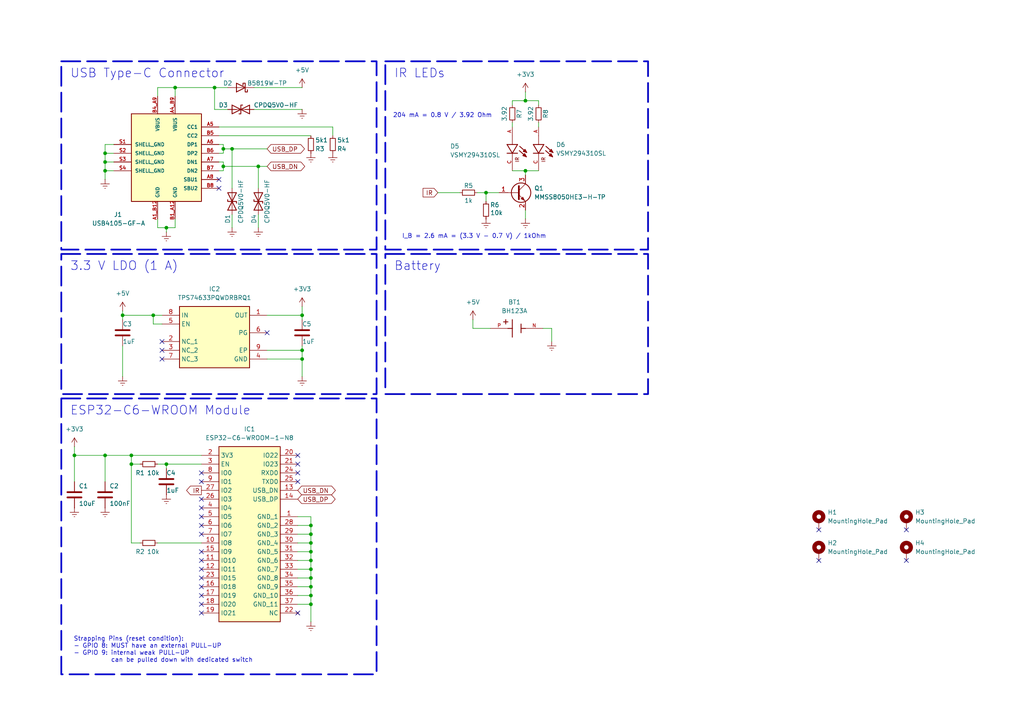
<source format=kicad_sch>
(kicad_sch (version 20250114) (generator "eeschema") (generator_version "9.0")
  (paper "A4")
  (title_block (title "coral-ir") (date "2025-06-21") (rev "1.0"))
  (lib_symbols
    (symbol "Device:C" (pin_numbers (hide yes)) (pin_names (offset 0.254))
      (property "Reference" "C" (at 0.635 2.54 0))
      (property "Value" "C" (at 0.635 -2.54 0))
      (symbol "C_0_1"
        (polyline (pts (xy -2.032 0.762) (xy 2.032 0.762)) (stroke (width 0.508)))
        (polyline (pts (xy -2.032 -0.762) (xy 2.032 -0.762)) (stroke (width 0.508)))
      )
      (symbol "C_1_1"
        (pin passive line (at 0 3.81 270) (length 2.794) (name "~") (number "1"))
        (pin passive line (at 0 -3.81 90) (length 2.794) (name "~") (number "2"))
      )
    )
    (symbol "Device:D_Schottky" (pin_numbers (hide yes)) (pin_names (offset 1.016) (hide yes))
      (property "Reference" "D" (at 0 2.54 0))
      (property "Value" "D_Schottky" (at 0 -2.54 0))
      (symbol "D_Schottky_0_1"
        (polyline (pts (xy -1.905 0.635) (xy -1.905 1.27) (xy -1.27 1.27) (xy -1.27 -1.27) (xy -0.635 -1.27) (xy -0.635 -0.635)) (stroke (width 0.254)))
        (polyline (pts (xy 1.27 1.27) (xy 1.27 -1.27) (xy -1.27 0) (xy 1.27 1.27)) (stroke (width 0.254)))
        (polyline (pts (xy 1.27 0) (xy -1.27 0)))
      )
      (symbol "D_Schottky_1_1"
        (pin passive line (at -3.81 0 0) (length 2.54) (name "K") (number "1"))
        (pin passive line (at 3.81 0 180) (length 2.54) (name "A") (number "2"))
      )
    )
    (symbol "Device:D_TVS" (pin_numbers (hide yes)) (pin_names (offset 1.016) (hide yes))
      (property "Reference" "D" (at 0 2.54 0))
      (property "Value" "D_TVS" (at 0 -2.54 0))
      (symbol "D_TVS_0_1"
        (polyline (pts (xy -2.54 1.27) (xy -2.54 -1.27) (xy 2.54 1.27) (xy 2.54 -1.27) (xy -2.54 1.27)) (stroke (width 0.254)))
        (polyline (pts (xy 0.508 1.27) (xy 0 1.27) (xy 0 -1.27) (xy -0.508 -1.27)) (stroke (width 0.254)))
        (polyline (pts (xy 1.27 0) (xy -1.27 0)))
      )
      (symbol "D_TVS_1_1"
        (pin passive line (at -3.81 0 0) (length 2.54) (name "A1") (number "1"))
        (pin passive line (at 3.81 0 180) (length 2.54) (name "A2") (number "2"))
      )
    )
    (symbol "Device:R_Small" (pin_numbers (hide yes)) (pin_names (offset 0.254) (hide yes))
      (property "Reference" "R" (at 0.762 0.508 0))
      (property "Value" "R_Small" (at 0.762 -1.016 0))
      (symbol "R_Small_0_1"
        (rectangle (start -0.762 1.778) (end 0.762 -1.778) (stroke (width 0.2032)))
      )
      (symbol "R_Small_1_1"
        (pin passive line (at 0 2.54 270) (length 0.762) (name "~") (number "1"))
        (pin passive line (at 0 -2.54 90) (length 0.762) (name "~") (number "2"))
      )
    )
    (symbol "Mechanical:MountingHole_Pad" (pin_numbers (hide yes)) (pin_names (offset 1.016) (hide yes)) (exclude_from_sim yes) (in_bom no)
      (property "Reference" "H" (at 0 6.35 0))
      (property "Value" "MountingHole_Pad" (at 0 4.445 0))
      (symbol "MountingHole_Pad_0_1"
        (circle (center 0 1.27) (radius 1.27) (stroke (width 1.27)))
      )
      (symbol "MountingHole_Pad_1_1"
        (pin input line (at 0 -2.54 90) (length 2.54) (name "1") (number "1"))
      )
    )
    (symbol "PCBLib:BH123A" (pin_names (offset 1.016))
      (property "Reference" "BT" (at -3.81 3.81 0))
      (property "Value" "BH123A" (at -3.81 -5.08 0))
      (symbol "BH123A_0_0"
        (polyline (pts (xy -3.81 1.905) (xy -2.54 1.905)) (stroke (width 0.254)))
        (polyline (pts (xy -3.175 2.54) (xy -3.175 1.27)) (stroke (width 0.254)))
        (polyline (pts (xy -1.27 2.54) (xy -1.27 0)) (stroke (width 0.254)))
        (polyline (pts (xy -1.27 0) (xy -2.54 0)) (stroke (width 0.254)))
        (polyline (pts (xy -1.27 0) (xy -1.27 -2.54)) (stroke (width 0.254)))
        (polyline (pts (xy 1.27 1.27) (xy 1.27 0)) (stroke (width 0.254)))
        (polyline (pts (xy 1.27 0) (xy 1.27 -1.27)) (stroke (width 0.254)))
        (polyline (pts (xy 1.27 0) (xy 2.54 0)) (stroke (width 0.254)))
        (pin passive line (at -7.62 0 0) (length 5.08) (name "~") (number "P"))
        (pin passive line (at 7.62 0 180) (length 5.08) (name "~") (number "N"))
      )
    )
    (symbol "PCBLib:ESP32-C6-WROOM-1-N8"
      (property "Reference" "IC" (at 5.08 7.112 0))
      (property "Value" "ESP32-C6-WROOM-1-N8" (at 5.08 4.572 0))
      (symbol "ESP32-C6-WROOM-1-N8_1_1"
        (rectangle (start 5.08 2.54) (end 22.86 -48.26) (stroke (width 0.254)) (fill (type background)))
        (pin passive line (at 0 0 0) (length 5.08) (name "3V3") (number "2"))
        (pin passive line (at 0 -2.54 0) (length 5.08) (name "EN") (number "3"))
        (pin passive line (at 0 -5.08 0) (length 5.08) (name "IO0") (number "8"))
        (pin passive line (at 0 -7.62 0) (length 5.08) (name "IO1") (number "9"))
        (pin passive line (at 0 -10.16 0) (length 5.08) (name "IO2") (number "27"))
        (pin passive line (at 0 -12.7 0) (length 5.08) (name "IO3") (number "26"))
        (pin passive line (at 0 -15.24 0) (length 5.08) (name "IO4") (number "4"))
        (pin passive line (at 0 -17.78 0) (length 5.08) (name "IO5") (number "5"))
        (pin passive line (at 0 -20.32 0) (length 5.08) (name "IO6") (number "6"))
        (pin passive line (at 0 -22.86 0) (length 5.08) (name "IO7") (number "7"))
        (pin passive line (at 0 -25.4 0) (length 5.08) (name "IO8") (number "10"))
        (pin passive line (at 0 -27.94 0) (length 5.08) (name "IO9") (number "15"))
        (pin passive line (at 0 -30.48 0) (length 5.08) (name "IO10") (number "11"))
        (pin passive line (at 0 -33.02 0) (length 5.08) (name "IO11") (number "12"))
        (pin passive line (at 0 -35.56 0) (length 5.08) (name "IO15") (number "23"))
        (pin passive line (at 0 -38.1 0) (length 5.08) (name "IO18") (number "16"))
        (pin passive line (at 0 -40.64 0) (length 5.08) (name "IO19") (number "17"))
        (pin passive line (at 0 -43.18 0) (length 5.08) (name "IO20") (number "18"))
        (pin passive line (at 0 -45.72 0) (length 5.08) (name "IO21") (number "19"))
        (pin passive line (at 27.94 0 180) (length 5.08) (name "IO22") (number "20"))
        (pin passive line (at 27.94 -2.54 180) (length 5.08) (name "IO23") (number "21"))
        (pin passive line (at 27.94 -5.08 180) (length 5.08) (name "RXD0") (number "24"))
        (pin passive line (at 27.94 -7.62 180) (length 5.08) (name "TXD0") (number "25"))
        (pin passive line (at 27.94 -10.16 180) (length 5.08) (name "USB_DN") (number "13"))
        (pin passive line (at 27.94 -12.7 180) (length 5.08) (name "USB_DP") (number "14"))
        (pin passive line (at 27.94 -17.78 180) (length 5.08) (name "GND_1") (number "1"))
        (pin passive line (at 27.94 -20.32 180) (length 5.08) (name "GND_2") (number "28"))
        (pin passive line (at 27.94 -22.86 180) (length 5.08) (name "GND_3") (number "29"))
        (pin passive line (at 27.94 -25.4 180) (length 5.08) (name "GND_4") (number "30"))
        (pin passive line (at 27.94 -27.94 180) (length 5.08) (name "GND_5") (number "31"))
        (pin passive line (at 27.94 -30.48 180) (length 5.08) (name "GND_6") (number "32"))
        (pin passive line (at 27.94 -33.02 180) (length 5.08) (name "GND_7") (number "33"))
        (pin passive line (at 27.94 -35.56 180) (length 5.08) (name "GND_8") (number "34"))
        (pin passive line (at 27.94 -38.1 180) (length 5.08) (name "GND_9") (number "35"))
        (pin passive line (at 27.94 -40.64 180) (length 5.08) (name "GND_10") (number "36"))
        (pin passive line (at 27.94 -43.18 180) (length 5.08) (name "GND_11") (number "37"))
        (pin no_connect line (at 27.94 -45.72 180) (length 5.08) (name "NC") (number "22"))
      )
    )
    (symbol "PCBLib:SS8050" (pin_names (offset 0) (hide yes))
      (property "Reference" "Q" (at 5.08 1.905 0))
      (property "Value" "SS8050" (at 5.08 0 0))
      (symbol "SS8050_0_1"
        (polyline (pts (xy -2.54 0) (xy 0.635 0)))
        (polyline (pts (xy 0.635 1.905) (xy 0.635 -1.905)) (stroke (width 0.508)))
        (circle (center 1.27 0) (radius 2.8194) (stroke (width 0.254)))
      )
      (symbol "SS8050_1_1"
        (polyline (pts (xy 0.635 0.635) (xy 2.54 2.54)))
        (polyline (pts (xy 0.635 -0.635) (xy 2.54 -2.54)))
        (polyline (pts (xy 1.27 -1.778) (xy 1.778 -1.27) (xy 2.286 -2.286) (xy 1.27 -1.778)) (fill (type outline)))
        (pin input line (at -5.08 0 0) (length 2.54) (name "B") (number "1"))
        (pin passive line (at 2.54 5.08 270) (length 2.54) (name "C") (number "3"))
        (pin passive line (at 2.54 -5.08 90) (length 2.54) (name "E") (number "2"))
      )
    )
    (symbol "PCBLib:TPS74633PQWDRBRQ1"
      (property "Reference" "IC" (at 26.67 7.62 0))
      (property "Value" "TPS74633PQWDRBRQ1" (at 26.67 5.08 0))
      (symbol "TPS74633PQWDRBRQ1_1_1"
        (rectangle (start 5.08 2.54) (end 25.4 -15.24) (stroke (width 0.254)) (fill (type background)))
        (pin passive line (at 0 0 0) (length 5.08) (name "IN") (number "8"))
        (pin passive line (at 0 -2.54 0) (length 5.08) (name "EN") (number "5"))
        (pin passive line (at 0 -7.62 0) (length 5.08) (name "NC_1") (number "2"))
        (pin passive line (at 0 -10.16 0) (length 5.08) (name "NC_2") (number "3"))
        (pin passive line (at 0 -12.7 0) (length 5.08) (name "NC_3") (number "7"))
        (pin passive line (at 30.48 0 180) (length 5.08) (name "OUT") (number "1"))
        (pin passive line (at 30.48 -5.08 180) (length 5.08) (name "PG") (number "6"))
        (pin passive line (at 30.48 -10.16 180) (length 5.08) (name "EP") (number "9"))
        (pin passive line (at 30.48 -12.7 180) (length 5.08) (name "GND") (number "4"))
      )
    )
    (symbol "PCBLib:USB4105-GF-A" (pin_names (offset 1.016))
      (property "Reference" "J" (at -27.94 13.97 0))
      (property "Value" "USB4105-GF-A" (at -27.94 10.16 0))
      (symbol "USB4105-GF-A_0_0"
        (rectangle (start -10.16 12.7) (end 10.16 -12.7) (stroke (width 0.254)) (fill (type background)))
        (pin power_in line (at -15.24 3.81 0) (length 5.08) (name "SHELL_GND") (number "S1"))
        (pin power_in line (at -15.24 1.27 0) (length 5.08) (name "SHELL_GND") (number "S2"))
        (pin power_in line (at -15.24 -1.27 0) (length 5.08) (name "SHELL_GND") (number "S3"))
        (pin power_in line (at -15.24 -3.81 0) (length 5.08) (name "SHELL_GND") (number "S4"))
        (pin power_in line (at -2.54 17.78 270) (length 5.08) (name "VBUS") (number "B4_A9"))
        (pin power_in line (at -2.54 -17.78 90) (length 5.08) (name "GND") (number "A1_B12"))
        (pin power_in line (at 2.54 17.78 270) (length 5.08) (name "VBUS") (number "A4_B9"))
        (pin power_in line (at 2.54 -17.78 90) (length 5.08) (name "GND") (number "B1_A12"))
        (pin bidirectional line (at 15.24 8.89 180) (length 5.08) (name "CC1") (number "A5"))
        (pin bidirectional line (at 15.24 6.35 180) (length 5.08) (name "CC2") (number "B5"))
        (pin bidirectional line (at 15.24 3.81 180) (length 5.08) (name "DP1") (number "A6"))
        (pin bidirectional line (at 15.24 1.27 180) (length 5.08) (name "DP2") (number "B6"))
        (pin bidirectional line (at 15.24 -1.27 180) (length 5.08) (name "DN1") (number "A7"))
        (pin bidirectional line (at 15.24 -3.81 180) (length 5.08) (name "DN2") (number "B7"))
        (pin bidirectional line (at 15.24 -6.35 180) (length 5.08) (name "SBU1") (number "A8"))
        (pin bidirectional line (at 15.24 -8.89 180) (length 5.08) (name "SBU2") (number "B8"))
      )
    )
    (symbol "PCBLib:VSMY294310SL" (pin_names (offset 1.016))
      (property "Reference" "D" (at -3.556 4.826 0))
      (property "Value" "VSMY294310SL" (at -3.556 -3.302 0))
      (symbol "VSMY294310SL_0_0"
        (polyline (pts (xy -2.54 1.524) (xy -2.54 0)) (stroke (width 0.254)))
        (polyline (pts (xy -2.54 0) (xy -5.08 0)) (stroke (width 0.1524)))
        (polyline (pts (xy -2.54 0) (xy -2.54 -1.524)) (stroke (width 0.254)))
        (polyline (pts (xy -2.54 -1.524) (xy 0 0)) (stroke (width 0.254)))
        (polyline (pts (xy -1.1176 3.683) (xy -0.2286 4.1656)) (stroke (width 0.254)))
        (polyline (pts (xy -0.9398 3.6068) (xy -0.7112 3.7592)) (stroke (width 0.254)))
        (polyline (pts (xy -0.5588 3.2004) (xy -1.1176 3.683)) (stroke (width 0.254)))
        (polyline (pts (xy -0.5588 3.2004) (xy -0.5334 3.937)) (stroke (width 0.254)))
        (polyline (pts (xy -0.5334 3.937) (xy -0.6604 3.937)) (stroke (width 0.254)))
        (polyline (pts (xy -0.2286 4.1656) (xy -2.0066 2.1336)) (stroke (width 0.254)))
        (polyline (pts (xy -0.2286 4.1656) (xy -0.5588 3.2004)) (stroke (width 0.254)))
        (polyline (pts (xy 0 1.524) (xy 0 -1.524)) (stroke (width 0.254)))
        (polyline (pts (xy 0 0) (xy -2.54 1.524)) (stroke (width 0.254)))
        (polyline (pts (xy 0.127 3.5814) (xy 1.016 4.064)) (stroke (width 0.254)))
        (polyline (pts (xy 0.3048 3.5052) (xy 0.5334 3.6576)) (stroke (width 0.254)))
        (polyline (pts (xy 0.6858 3.0988) (xy 0.127 3.5814)) (stroke (width 0.254)))
        (polyline (pts (xy 0.6858 3.0988) (xy 0.7112 3.8354)) (stroke (width 0.254)))
        (polyline (pts (xy 0.7112 3.8354) (xy 0.5842 3.8354)) (stroke (width 0.254)))
        (polyline (pts (xy 1.016 4.064) (xy -0.762 2.032)) (stroke (width 0.254)))
        (polyline (pts (xy 1.016 4.064) (xy 0.6858 3.0988)) (stroke (width 0.254)))
        (text "IR" (at 1.016 2.032 0) (effects (font (size 1.016 1.016)) (justify left bottom)))
        (pin passive line (at -7.62 0 0) (length 2.54) (name "~") (number "A"))
        (pin passive line (at 5.08 0 180) (length 5.08) (name "~") (number "C"))
      )
    )
    (symbol "power:+3V3" (power) (pin_numbers (hide yes)) (pin_names (offset 0) (hide yes))
      (property "Value" "+3V3" (at 0 3.556 0))
      (symbol "+3V3_0_1"
        (polyline (pts (xy -0.762 1.27) (xy 0 2.54)))
        (polyline (pts (xy 0 2.54) (xy 0.762 1.27)))
        (polyline (pts (xy 0 0) (xy 0 2.54)))
      )
      (symbol "+3V3_1_1"
        (pin power_in line (at 0 0 90) (length 0) (name "~") (number "1"))
      )
    )
    (symbol "power:+5V" (power) (pin_numbers (hide yes)) (pin_names (offset 0) (hide yes))
      (property "Value" "+5V" (at 0 3.556 0))
      (symbol "+5V_0_1"
        (polyline (pts (xy -0.762 1.27) (xy 0 2.54)))
        (polyline (pts (xy 0 2.54) (xy 0.762 1.27)))
        (polyline (pts (xy 0 0) (xy 0 2.54)))
      )
      (symbol "+5V_1_1"
        (pin power_in line (at 0 0 90) (length 0) (name "~") (number "1"))
      )
    )
    (symbol "power:Earth" (power) (pin_numbers (hide yes)) (pin_names (offset 0) (hide yes))
      (property "Value" "Earth" (at 0 -3.81 0))
      (symbol "Earth_0_1"
        (polyline (pts (xy -0.635 -1.905) (xy 0.635 -1.905)))
        (polyline (pts (xy -0.127 -2.54) (xy 0.127 -2.54)))
        (polyline (pts (xy 0 -1.27) (xy 0 0)))
        (polyline (pts (xy 1.27 -1.27) (xy -1.27 -1.27)))
      )
      (symbol "Earth_1_1"
        (pin power_in line (at 0 0 270) (length 0) (name "~") (number "1"))
      )
    )
  )
  (rectangle (start 17.78 115.57) (end 109.22 195.58) (stroke (width 0.5) (type dash)))
  (rectangle (start 17.78 17.78) (end 109.22 72.39) (stroke (width 0.5) (type dash)))
  (rectangle (start 111.76 17.78) (end 187.96 72.39) (stroke (width 0.5) (type dash)))
  (rectangle (start 17.78 73.66) (end 109.22 114.3) (stroke (width 0.5) (type dash)))
  (rectangle (start 111.76 73.66) (end 187.96 114.3) (stroke (width 0.5) (type dash)))
  (text "Strapping Pins (reset condition):\n- GPIO 8: MUST have an external PULL-UP\n- GPIO 9: internal weak PULL-UP\n		 can be pulled down with dedicated switch" (at 21.336 192.278 0) (effects (font (size 1.27 1.27)) (justify left bottom)))
  (text "Battery" (at 114.3 78.74 0) (effects (font (size 2.54 2.54)) (justify left bottom)))
  (text "3.3 V LDO (1 A)" (at 20.32 78.74 0) (effects (font (size 2.54 2.54)) (justify left bottom)))
  (text "IR LEDs" (at 114.3 22.86 0) (effects (font (size 2.54 2.54)) (justify left bottom)))
  (text "204 mA = 0.8 V / 3.92 Ohm" (at 142.748 34.29 0) (effects (font (size 1.27 1.27)) (justify right bottom)))
  (text "ESP32-C6-WROOM Module" (at 20.32 120.65 0) (effects (font (size 2.54 2.54)) (justify left bottom)))
  (text "I_B = 2.6 mA = (3.3 V - 0.7 V) / 1kOhm" (at 116.586 69.342 0) (effects (font (size 1.27 1.27)) (justify left bottom)))
  (text "USB Type-C Connector" (at 20.32 22.86 0) (effects (font (size 2.54 2.54)) (justify left bottom)))
  (junction (at 35.56 91.44))
  (junction (at 67.31 43.18))
  (junction (at 90.17 172.72))
  (junction (at 64.77 43.18))
  (junction (at 87.63 104.14))
  (junction (at 90.17 162.56))
  (junction (at 50.8 25.4))
  (junction (at 140.97 55.88))
  (junction (at 90.17 157.48))
  (junction (at 48.26 66.04))
  (junction (at 44.45 91.44))
  (junction (at 30.48 49.53))
  (junction (at 62.23 25.4))
  (junction (at 48.26 134.62))
  (junction (at 30.48 46.99))
  (junction (at 21.59 132.08))
  (junction (at 87.63 101.6))
  (junction (at 90.17 175.26))
  (junction (at 64.77 48.26))
  (junction (at 90.17 160.02))
  (junction (at 90.17 167.64))
  (junction (at 30.48 44.45))
  (junction (at 74.93 48.26))
  (junction (at 90.17 170.18))
  (junction (at 38.1 132.08))
  (junction (at 38.1 134.62))
  (junction (at 87.63 91.44))
  (junction (at 90.17 165.1))
  (junction (at 152.4 29.21))
  (junction (at 152.4 49.53))
  (junction (at 90.17 152.4))
  (junction (at 30.48 132.08))
  (junction (at 90.17 154.94))
  (no_connect (at 58.42 160.02))
  (no_connect (at 46.99 99.06))
  (no_connect (at 58.42 152.4))
  (no_connect (at 58.42 165.1))
  (no_connect (at 58.42 139.7))
  (no_connect (at 58.42 149.86))
  (no_connect (at 58.42 170.18))
  (no_connect (at 58.42 177.8))
  (no_connect (at 58.42 147.32))
  (no_connect (at 86.36 132.08))
  (no_connect (at 46.99 104.14))
  (no_connect (at 86.36 134.62))
  (no_connect (at 63.5 52.07))
  (no_connect (at 86.36 137.16))
  (no_connect (at 58.42 172.72))
  (no_connect (at 58.42 167.64))
  (no_connect (at 86.36 177.8))
  (no_connect (at 46.99 101.6))
  (no_connect (at 58.42 162.56))
  (no_connect (at 262.89 162.56))
  (no_connect (at 86.36 139.7))
  (no_connect (at 262.89 153.67))
  (no_connect (at 77.47 96.52))
  (no_connect (at 58.42 175.26))
  (no_connect (at 58.42 154.94))
  (no_connect (at 237.49 162.56))
  (no_connect (at 63.5 54.61))
  (no_connect (at 237.49 153.67))
  (no_connect (at 58.42 137.16))
  (no_connect (at 58.42 144.78))
  (wire (pts (xy 21.59 132.08) (xy 21.59 139.7)))
  (wire (pts (xy 73.66 25.4) (xy 87.63 25.4)))
  (wire (pts (xy 96.52 36.83) (xy 96.52 39.37)))
  (wire (pts (xy 87.63 91.44) (xy 87.63 88.9)))
  (wire (pts (xy 45.72 25.4) (xy 50.8 25.4)))
  (wire (pts (xy 21.59 129.54) (xy 21.59 132.08)))
  (wire (pts (xy 63.5 46.99) (xy 64.77 46.99)))
  (wire (pts (xy 44.45 93.98) (xy 44.45 91.44)))
  (wire (pts (xy 63.5 39.37) (xy 90.17 39.37)))
  (wire (pts (xy 63.5 49.53) (xy 64.77 49.53)))
  (wire (pts (xy 50.8 25.4) (xy 50.8 27.94)))
  (wire (pts (xy 90.17 162.56) (xy 90.17 165.1)))
  (wire (pts (xy 90.17 167.64) (xy 86.36 167.64)))
  (wire (pts (xy 50.8 66.04) (xy 50.8 63.5)))
  (wire (pts (xy 148.59 35.56) (xy 148.59 36.83)))
  (wire (pts (xy 90.17 154.94) (xy 90.17 157.48)))
  (wire (pts (xy 30.48 52.07) (xy 30.48 49.53)))
  (wire (pts (xy 152.4 50.8) (xy 152.4 49.53)))
  (wire (pts (xy 48.26 66.04) (xy 50.8 66.04)))
  (wire (pts (xy 87.63 92.71) (xy 87.63 91.44)))
  (wire (pts (xy 30.48 44.45) (xy 33.02 44.45)))
  (wire (pts (xy 30.48 46.99) (xy 33.02 46.99)))
  (wire (pts (xy 137.16 92.71) (xy 137.16 95.25)))
  (wire (pts (xy 30.48 49.53) (xy 33.02 49.53)))
  (wire (pts (xy 148.59 29.21) (xy 148.59 30.48)))
  (wire (pts (xy 63.5 44.45) (xy 64.77 44.45)))
  (wire (pts (xy 90.17 165.1) (xy 90.17 167.64)))
  (wire (pts (xy 21.59 132.08) (xy 30.48 132.08)))
  (wire (pts (xy 137.16 95.25) (xy 142.24 95.25)))
  (wire (pts (xy 86.36 170.18) (xy 90.17 170.18)))
  (wire (pts (xy 86.36 172.72) (xy 90.17 172.72)))
  (wire (pts (xy 77.47 104.14) (xy 87.63 104.14)))
  (wire (pts (xy 35.56 91.44) (xy 35.56 90.17)))
  (wire (pts (xy 152.4 29.21) (xy 156.21 29.21)))
  (wire (pts (xy 160.02 95.25) (xy 160.02 99.06)))
  (wire (pts (xy 156.21 30.48) (xy 156.21 29.21)))
  (wire (pts (xy 63.5 36.83) (xy 96.52 36.83)))
  (wire (pts (xy 86.36 154.94) (xy 90.17 154.94)))
  (wire (pts (xy 67.31 62.23) (xy 67.31 66.04)))
  (wire (pts (xy 152.4 49.53) (xy 156.21 49.53)))
  (wire (pts (xy 64.77 49.53) (xy 64.77 48.26)))
  (wire (pts (xy 64.77 41.91) (xy 64.77 43.18)))
  (wire (pts (xy 156.21 35.56) (xy 156.21 36.83)))
  (wire (pts (xy 48.26 135.89) (xy 48.26 134.62)))
  (wire (pts (xy 40.64 134.62) (xy 38.1 134.62)))
  (wire (pts (xy 86.36 165.1) (xy 90.17 165.1)))
  (wire (pts (xy 30.48 132.08) (xy 30.48 139.7)))
  (wire (pts (xy 90.17 172.72) (xy 90.17 175.26)))
  (wire (pts (xy 30.48 132.08) (xy 38.1 132.08)))
  (wire (pts (xy 45.72 134.62) (xy 48.26 134.62)))
  (wire (pts (xy 74.93 48.26) (xy 74.93 54.61)))
  (wire (pts (xy 30.48 44.45) (xy 30.48 41.91)))
  (wire (pts (xy 90.17 170.18) (xy 90.17 167.64)))
  (wire (pts (xy 67.31 43.18) (xy 67.31 54.61)))
  (wire (pts (xy 86.36 160.02) (xy 90.17 160.02)))
  (wire (pts (xy 63.5 41.91) (xy 64.77 41.91)))
  (wire (pts (xy 48.26 66.04) (xy 45.72 66.04)))
  (wire (pts (xy 86.36 157.48) (xy 90.17 157.48)))
  (wire (pts (xy 48.26 66.04) (xy 48.26 67.31)))
  (wire (pts (xy 77.47 91.44) (xy 87.63 91.44)))
  (wire (pts (xy 86.36 162.56) (xy 90.17 162.56)))
  (wire (pts (xy 74.93 62.23) (xy 74.93 66.04)))
  (wire (pts (xy 157.48 95.25) (xy 160.02 95.25)))
  (wire (pts (xy 44.45 91.44) (xy 35.56 91.44)))
  (wire (pts (xy 86.36 152.4) (xy 90.17 152.4)))
  (wire (pts (xy 90.17 152.4) (xy 90.17 154.94)))
  (wire (pts (xy 62.23 25.4) (xy 62.23 31.75)))
  (wire (pts (xy 74.93 48.26) (xy 77.47 48.26)))
  (wire (pts (xy 30.48 41.91) (xy 33.02 41.91)))
  (wire (pts (xy 90.17 160.02) (xy 90.17 162.56)))
  (wire (pts (xy 64.77 44.45) (xy 64.77 43.18)))
  (wire (pts (xy 45.72 27.94) (xy 45.72 25.4)))
  (wire (pts (xy 48.26 134.62) (xy 58.42 134.62)))
  (wire (pts (xy 148.59 29.21) (xy 152.4 29.21)))
  (wire (pts (xy 77.47 43.18) (xy 67.31 43.18)))
  (wire (pts (xy 40.64 157.48) (xy 38.1 157.48)))
  (wire (pts (xy 38.1 157.48) (xy 38.1 134.62)))
  (wire (pts (xy 62.23 31.75) (xy 66.04 31.75)))
  (wire (pts (xy 46.99 91.44) (xy 44.45 91.44)))
  (wire (pts (xy 90.17 149.86) (xy 90.17 152.4)))
  (wire (pts (xy 138.43 55.88) (xy 140.97 55.88)))
  (wire (pts (xy 87.63 101.6) (xy 87.63 104.14)))
  (wire (pts (xy 64.77 48.26) (xy 74.93 48.26)))
  (wire (pts (xy 148.59 49.53) (xy 152.4 49.53)))
  (wire (pts (xy 140.97 58.42) (xy 140.97 55.88)))
  (wire (pts (xy 86.36 175.26) (xy 90.17 175.26)))
  (wire (pts (xy 50.8 25.4) (xy 62.23 25.4)))
  (wire (pts (xy 87.63 100.33) (xy 87.63 101.6)))
  (wire (pts (xy 77.47 101.6) (xy 87.63 101.6)))
  (wire (pts (xy 64.77 46.99) (xy 64.77 48.26)))
  (wire (pts (xy 62.23 25.4) (xy 66.04 25.4)))
  (wire (pts (xy 67.31 43.18) (xy 64.77 43.18)))
  (wire (pts (xy 30.48 49.53) (xy 30.48 46.99)))
  (wire (pts (xy 152.4 26.67) (xy 152.4 29.21)))
  (wire (pts (xy 45.72 157.48) (xy 58.42 157.48)))
  (wire (pts (xy 90.17 157.48) (xy 90.17 160.02)))
  (wire (pts (xy 140.97 55.88) (xy 144.78 55.88)))
  (wire (pts (xy 38.1 134.62) (xy 38.1 132.08)))
  (wire (pts (xy 46.99 93.98) (xy 44.45 93.98)))
  (wire (pts (xy 152.4 63.5) (xy 152.4 60.96)))
  (wire (pts (xy 133.35 55.88) (xy 127 55.88)))
  (wire (pts (xy 73.66 31.75) (xy 87.63 31.75)))
  (wire (pts (xy 38.1 132.08) (xy 58.42 132.08)))
  (wire (pts (xy 35.56 91.44) (xy 35.56 92.71)))
  (wire (pts (xy 90.17 170.18) (xy 90.17 172.72)))
  (wire (pts (xy 30.48 46.99) (xy 30.48 44.45)))
  (wire (pts (xy 86.36 149.86) (xy 90.17 149.86)))
  (wire (pts (xy 35.56 100.33) (xy 35.56 109.22)))
  (wire (pts (xy 90.17 175.26) (xy 90.17 180.34)))
  (wire (pts (xy 45.72 66.04) (xy 45.72 63.5)))
  (wire (pts (xy 87.63 104.14) (xy 87.63 109.22)))
  (global_label "USB_DN" (shape bidirectional) (at 77.47 48.26 0) (property "Intersheetrefs" "${INTERSHEET_REFS}" (effects (hide yes))))
  (global_label "USB_DP" (shape bidirectional) (at 77.47 43.18 0) (property "Intersheetrefs" "${INTERSHEET_REFS}" (effects (hide yes))))
  (global_label "USB_DP" (shape bidirectional) (at 86.36 144.78 0) (property "Intersheetrefs" "${INTERSHEET_REFS}" (effects (hide yes))))
  (global_label "IR" (shape input) (at 127 55.88 180) (property "Intersheetrefs" "${INTERSHEET_REFS}" (effects (hide yes))))
  (global_label "USB_DN" (shape bidirectional) (at 86.36 142.24 0) (property "Intersheetrefs" "${INTERSHEET_REFS}" (effects (hide yes))))
  (global_label "IR" (shape output) (at 58.42 142.24 180) (property "Intersheetrefs" "${INTERSHEET_REFS}" (effects (hide yes))))
  (symbol (lib_id "power:Earth") (at 30.48 147.32 0) (unit 1)
    (property "Reference" "#PWR04" (effects (hide yes)))
    (property "Value" "Earth" (effects (hide yes)))
    (property "Description" "Power symbol creates a global label with name \"Earth\"" (effects (hide yes)))
  )
  (symbol (lib_id "Device:R_Small") (at 43.18 134.62 270) (unit 1)
    (property "Reference" "R1" (at 40.64 137.16 90))
    (property "Value" "10k" (at 44.45 137.16 90))
    (property "Footprint" "PCBLib:R_Vishay_CRCW_0402" (effects (hide yes)))
    (property "Description" "Resistor, small symbol" (effects (hide yes)))
    (property "Manufacturer Part Number" "C471764" (effects (hide yes)))
  )
  (symbol (lib_id "PCBLib:ESP32-C6-WROOM-1-N8") (at 58.42 132.08 0) (unit 1)
    (property "Reference" "IC1" (at 72.39 124.46 0))
    (property "Value" "ESP32-C6-WROOM-1-N8" (at 72.39 127 0))
    (property "Footprint" "PCBLib:ESP32C6WROOM1N8" (effects (hide yes)))
    (property "Datasheet" "https://www.espressif.com/sites/default/files/documentation/esp32-c6-wroom-1_datasheet_en.pdf" (effects (hide yes)))
    (property "Description" "802.15.4, Bluetooth, WiFi Bluetooth v5.0, Zigbee Transceiver Module 2.4GHz PCB Trace Surface Mount" (effects (hide yes)))
    (property "Height" "3.25" (effects (hide yes)))
    (property "Mouser Part Number" "356-ESP32C6WROOM1N8" (effects (hide yes)))
    (property "Mouser Price/Stock" "https://www.mouser.co.uk/ProductDetail/Espressif-Systems/ESP32-C6-WROOM-1-N8?qs=8Wlm6%252BaMh8ST02Gmwp74cw%3D%3D" (effects (hide yes)))
    (property "Manufacturer_Name" "Espressif Systems" (effects (hide yes)))
    (property "Manufacturer_Part_Number" "ESP32-C6-WROOM-1-N8" (effects (hide yes)))
  )
  (symbol (lib_id "power:Earth") (at 87.63 109.22 0) (unit 1)
    (property "Reference" "#PWR014" (effects (hide yes)))
    (property "Value" "Earth" (effects (hide yes)))
    (property "Description" "Power symbol creates a global label with name \"Earth\"" (effects (hide yes)))
  )
  (symbol (lib_id "Device:C") (at 30.48 143.51 0) (unit 1)
    (property "Reference" "C2" (at 31.75 140.97 0) (effects (justify left)))
    (property "Value" "100nF" (at 31.75 146.05 0) (effects (justify left)))
    (property "Footprint" "PCBLib:Cap_Murata_GRM_0402" (effects (hide yes)))
    (property "Description" "Unpolarized capacitor" (effects (hide yes)))
    (property "Manufacturer Part Number" "CC0402KRX5R9BB104" (effects (hide yes)))
  )
  (symbol (lib_id "Mechanical:MountingHole_Pad") (at 262.89 160.02 0) (unit 1) (exclude_from_sim yes) (in_bom no)
    (property "Reference" "H4" (at 265.43 157.4799 0) (effects (justify left)))
    (property "Value" "MountingHole_Pad" (at 265.43 160.0199 0) (effects (justify left)))
    (property "Footprint" "MountingHole:MountingHole_2.2mm_M2_DIN965_Pad_TopBottom" (effects (hide yes)))
    (property "Description" "Mounting Hole with connection" (effects (hide yes)))
  )
  (symbol (lib_id "power:Earth") (at 90.17 180.34 0) (unit 1)
    (property "Reference" "#PWR016" (effects (hide yes)))
    (property "Value" "Earth" (effects (hide yes)))
    (property "Description" "Power symbol creates a global label with name \"Earth\"" (effects (hide yes)))
  )
  (symbol (lib_id "Device:R_Small") (at 140.97 60.96 0) (unit 1)
    (property "Reference" "R6" (at 143.51 59.436 0))
    (property "Value" "10k" (at 144.018 61.722 0))
    (property "Footprint" "PCBLib:R_Vishay_CRCW_0402" (effects (hide yes)))
    (property "Description" "Resistor, small symbol" (effects (hide yes)))
    (property "Manufacturer Part Number" "C471764" (effects (hide yes)))
  )
  (symbol (lib_id "Device:R_Small") (at 90.17 41.91 0) (unit 1)
    (property "Reference" "R3" (at 91.44 43.18 0) (effects (justify left)))
    (property "Value" "5k1" (at 91.44 40.64 0) (effects (justify left)))
    (property "Footprint" "PCBLib:R_Vishay_CRCW_0402" (effects (hide yes)))
    (property "Description" "Resistor, small symbol" (effects (hide yes)))
    (property "Manufacturer Part Number" "RC0402FR-075K1L" (effects (hide yes)))
  )
  (symbol (lib_id "power:Earth") (at 160.02 99.06 0) (unit 1)
    (property "Reference" "#PWR021" (effects (hide yes)))
    (property "Value" "Earth" (effects (hide yes)))
    (property "Description" "Power symbol creates a global label with name \"Earth\"" (effects (hide yes)))
  )
  (symbol (lib_id "Device:C") (at 35.56 96.52 0) (unit 1)
    (property "Reference" "C3" (at 35.56 93.98 0) (effects (justify left)))
    (property "Value" "1uF" (at 35.56 99.06 0) (effects (justify left)))
    (property "Footprint" "PCBLib:Cap_Murata_GRM_0402" (effects (hide yes)))
    (property "Description" "Unpolarized capacitor" (effects (hide yes)))
    (property "Manufacturer Part Number" "CC0402KRX5R6BB105" (effects (hide yes)))
  )
  (symbol (lib_id "PCBLib:SS8050") (at 149.86 55.88 0) (unit 1)
    (property "Reference" "Q1" (at 154.94 54.6099 0) (effects (justify left)))
    (property "Value" "MMSS8050HE3-H-TP" (at 154.94 57.1499 0) (effects (justify left)))
    (property "Footprint" "PCBLib:SOT-23" (effects (hide yes)))
    (property "Datasheet" "http://www.secosgmbh.com/datasheet/products/SSMPTransistor/SOT-23/SS8050.pdf" (effects (hide yes)))
    (property "Description" "General Purpose NPN Transistor, 1.5A Ic, 25V Vce, SOT-23" (effects (hide yes)))
    (property "Manufacturer Part Number" "MMSS8050HE3-H-TP" (effects (hide yes)))
  )
  (symbol (lib_id "Device:C") (at 87.63 96.52 0) (unit 1)
    (property "Reference" "C5" (at 87.63 93.98 0) (effects (justify left)))
    (property "Value" "1uF" (at 87.63 99.06 0) (effects (justify left)))
    (property "Footprint" "PCBLib:Cap_Murata_GRM_0402" (effects (hide yes)))
    (property "Description" "Unpolarized capacitor" (effects (hide yes)))
    (property "Manufacturer Part Number" "CC0402KRX5R6BB105" (effects (hide yes)))
  )
  (symbol (lib_id "Device:C") (at 21.59 143.51 0) (unit 1)
    (property "Reference" "C1" (at 22.86 140.97 0) (effects (justify left)))
    (property "Value" "10uF" (at 22.86 146.05 0) (effects (justify left)))
    (property "Footprint" "PCBLib:Cap_Murata_GRM_0402" (effects (hide yes)))
    (property "Description" "Unpolarized capacitor" (effects (hide yes)))
    (property "Manufacturer Part Number" "GRM155R61A106ME11D" (effects (hide yes)))
  )
  (symbol (lib_id "Mechanical:MountingHole_Pad") (at 237.49 160.02 0) (unit 1) (exclude_from_sim yes) (in_bom no)
    (property "Reference" "H2" (at 240.03 157.4799 0) (effects (justify left)))
    (property "Value" "MountingHole_Pad" (at 240.03 160.0199 0) (effects (justify left)))
    (property "Footprint" "MountingHole:MountingHole_2.2mm_M2_DIN965_Pad_TopBottom" (effects (hide yes)))
    (property "Description" "Mounting Hole with connection" (effects (hide yes)))
  )
  (symbol (lib_id "Device:R_Small") (at 43.18 157.48 270) (unit 1)
    (property "Reference" "R2" (at 40.64 160.02 90))
    (property "Value" "10k" (at 44.45 160.02 90))
    (property "Footprint" "PCBLib:R_Vishay_CRCW_0402" (effects (hide yes)))
    (property "Description" "Resistor, small symbol" (effects (hide yes)))
    (property "Manufacturer Part Number" "C471764" (effects (hide yes)))
  )
  (symbol (lib_id "power:Earth") (at 90.17 44.45 0) (unit 1)
    (property "Reference" "#PWR015" (effects (hide yes)))
    (property "Value" "Earth" (effects (hide yes)))
    (property "Description" "Power symbol creates a global label with name \"Earth\"" (effects (hide yes)))
  )
  (symbol (lib_id "power:+5V") (at 35.56 90.17 0) (unit 1)
    (property "Reference" "#PWR05" (effects (hide yes)))
    (property "Value" "+5V" (at 35.56 85.09 0))
    (property "Description" "Power symbol creates a global label with name \"+5V\"" (effects (hide yes)))
  )
  (symbol (lib_id "power:+3V3") (at 152.4 26.67 0) (unit 1)
    (property "Reference" "#PWR019" (effects (hide yes)))
    (property "Value" "+3V3" (at 152.4 21.59 0))
    (property "Description" "Power symbol creates a global label with name \"+3V3\"" (effects (hide yes)))
  )
  (symbol (lib_id "Device:R_Small") (at 148.59 33.02 180) (unit 1)
    (property "Reference" "R7" (at 150.622 33.02 90))
    (property "Value" "3.92" (at 146.304 33.02 90))
    (property "Footprint" "PCBLib:R_Vishay_CRCW_0402" (effects (hide yes)))
    (property "Datasheet" "https://www.vishay.com/docs/20043/crcwhpe3.pdf" (effects (hide yes)))
    (property "Description" "Resistor, small symbol" (effects (hide yes)))
    (property "Manufacturer Product Number" "CRCW04023R92FKEDHP" (effects (hide yes)))
  )
  (symbol (lib_id "power:Earth") (at 96.52 44.45 0) (unit 1)
    (property "Reference" "#PWR017" (effects (hide yes)))
    (property "Value" "Earth" (effects (hide yes)))
    (property "Description" "Power symbol creates a global label with name \"Earth\"" (effects (hide yes)))
  )
  (symbol (lib_id "Mechanical:MountingHole_Pad") (at 262.89 151.13 0) (unit 1) (exclude_from_sim yes) (in_bom no)
    (property "Reference" "H3" (at 265.43 148.5899 0) (effects (justify left)))
    (property "Value" "MountingHole_Pad" (at 265.43 151.1299 0) (effects (justify left)))
    (property "Footprint" "MountingHole:MountingHole_2.2mm_M2_DIN965_Pad_TopBottom" (effects (hide yes)))
    (property "Description" "Mounting Hole with connection" (effects (hide yes)))
  )
  (symbol (lib_id "power:+5V") (at 87.63 25.4 0) (unit 1)
    (property "Reference" "#PWR011" (effects (hide yes)))
    (property "Value" "+5V" (at 87.63 20.32 0))
    (property "Description" "Power symbol creates a global label with name \"+5V\"" (effects (hide yes)))
  )
  (symbol (lib_id "PCBLib:BH123A") (at 149.86 95.25 0) (unit 1)
    (property "Reference" "BT1" (at 149.225 87.63 0))
    (property "Value" "BH123A" (at 149.225 90.17 0))
    (property "Footprint" "PCBLib:BAT_BH123A" (effects (hide yes)))
    (property "MF" "MPD" (effects (hide yes)))
    (property "MAXIMUM_PACKAGE_HEIGHT" "12.09mm" (effects (hide yes)))
    (property "Package" "None" (effects (hide yes)))
    (property "Price" "None" (effects (hide yes)))
    (property "Check_prices" "https://www.snapeda.com/parts/BH123A/MPD/view-part/?ref=eda" (effects (hide yes)))
    (property "STANDARD" "Manufacturer Recommendations" (effects (hide yes)))
    (property "PARTREV" "E" (effects (hide yes)))
    (property "SnapEDA_Link" "https://www.snapeda.com/parts/BH123A/MPD/view-part/?ref=snap" (effects (hide yes)))
    (property "MP" "BH123A" (effects (hide yes)))
    (property "Description_1" "Battery Holder (Open) CR123A 1 Cell PC Pin" (effects (hide yes)))
    (property "Availability" "In Stock" (effects (hide yes)))
    (property "MANUFACTURER" "MPD" (effects (hide yes)))
  )
  (symbol (lib_id "power:Earth") (at 140.97 63.5 0) (unit 1)
    (property "Reference" "#PWR018" (effects (hide yes)))
    (property "Value" "Earth" (effects (hide yes)))
    (property "Description" "Power symbol creates a global label with name \"Earth\"" (effects (hide yes)))
  )
  (symbol (lib_id "power:Earth") (at 48.26 143.51 0) (unit 1)
    (property "Reference" "#PWR08" (effects (hide yes)))
    (property "Value" "Earth" (effects (hide yes)))
    (property "Description" "Power symbol creates a global label with name \"Earth\"" (effects (hide yes)))
  )
  (symbol (lib_id "Device:D_TVS") (at 67.31 58.42 90) (unit 1)
    (property "Reference" "D1" (at 66.04 63.5 0))
    (property "Value" "CPDQ5V0-HF" (at 69.85 58.42 0))
    (property "Footprint" "PCBLib:SODFL1006X40N" (effects (hide yes)))
    (property "Description" "Bidirectional transient-voltage-suppression diode" (effects (hide yes)))
    (property "LCSC" "C2441615" (effects (hide yes)))
  )
  (symbol (lib_id "power:Earth") (at 67.31 66.04 0) (unit 1)
    (property "Reference" "#PWR09" (effects (hide yes)))
    (property "Value" "Earth" (effects (hide yes)))
    (property "Description" "Power symbol creates a global label with name \"Earth\"" (effects (hide yes)))
  )
  (symbol (lib_id "PCBLib:USB4105-GF-A") (at 48.26 45.72 0) (unit 1)
    (property "Reference" "J1" (at 33.02 62.23 0) (effects (justify left)))
    (property "Value" "USB4105-GF-A" (at 26.67 64.77 0) (effects (justify left)))
    (property "Footprint" "PCBLib:GCT_USB4105-GF-A" (effects (hide yes)))
    (property "Description" "USB Type C socket" (effects (hide yes)))
    (property "PARTREV" "A3" (effects (hide yes)))
    (property "STANDARD" "Manufacturer Recommendations" (effects (hide yes)))
    (property "MAXIMUM_PACKAGE_HEIGHT" "3.31 mm" (effects (hide yes)))
    (property "MANUFACTURER" "GCT" (effects (hide yes)))
    (property "LCSC" "C3020560" (effects (hide yes)))
  )
  (symbol (lib_id "power:Earth") (at 87.63 31.75 0) (unit 1)
    (property "Reference" "#PWR012" (effects (hide yes)))
    (property "Value" "Earth" (effects (hide yes)))
    (property "Description" "Power symbol creates a global label with name \"Earth\"" (effects (hide yes)))
  )
  (symbol (lib_id "Device:D_TVS") (at 74.93 58.42 90) (unit 1)
    (property "Reference" "D4" (at 73.66 63.5 0))
    (property "Value" "CPDQ5V0-HF" (at 77.47 58.42 0))
    (property "Footprint" "PCBLib:SODFL1006X40N" (effects (hide yes)))
    (property "Description" "Bidirectional transient-voltage-suppression diode" (effects (hide yes)))
    (property "LCSC" "C2441615" (effects (hide yes)))
  )
  (symbol (lib_id "Device:R_Small") (at 96.52 41.91 0) (unit 1)
    (property "Reference" "R4" (at 97.79 43.18 0) (effects (justify left)))
    (property "Value" "5k1" (at 97.79 40.64 0) (effects (justify left)))
    (property "Footprint" "PCBLib:R_Vishay_CRCW_0402" (effects (hide yes)))
    (property "Description" "Resistor, small symbol" (effects (hide yes)))
    (property "LCSC" "C138073" (effects (hide yes)))
  )
  (symbol (lib_id "Device:D_Schottky") (at 69.85 25.4 180) (unit 1)
    (property "Reference" "D2" (at 66.04 24.13 0))
    (property "Value" "B5819W-TP" (at 77.47 24.13 0))
    (property "Footprint" "PCBLib:SOD3716X135N" (effects (hide yes)))
    (property "Description" "Schottky diode" (effects (hide yes)))
    (property "LCSC" "C84354" (effects (hide yes)))
  )
  (symbol (lib_id "power:+3V3") (at 87.63 88.9 0) (unit 1)
    (property "Reference" "#PWR013" (effects (hide yes)))
    (property "Value" "+3V3" (at 87.63 83.82 0))
    (property "Description" "Power symbol creates a global label with name \"+3V3\"" (effects (hide yes)))
  )
  (symbol (lib_id "power:Earth") (at 30.48 52.07 0) (unit 1)
    (property "Reference" "#PWR03" (effects (hide yes)))
    (property "Value" "Earth" (effects (hide yes)))
    (property "Description" "Power symbol creates a global label with name \"Earth\"" (effects (hide yes)))
  )
  (symbol (lib_id "Device:R_Small") (at 135.89 55.88 270) (unit 1)
    (property "Reference" "R5" (at 135.89 53.848 90))
    (property "Value" "1k" (at 135.89 58.166 90))
    (property "Footprint" "PCBLib:R_Vishay_CRCW_0402" (effects (hide yes)))
    (property "Description" "Resistor, small symbol" (effects (hide yes)))
    (property "Manufacturer Part Number" "RC0402FR-071KL" (effects (hide yes)))
  )
  (symbol (lib_id "Device:C") (at 48.26 139.7 0) (unit 1)
    (property "Reference" "C4" (at 48.26 137.16 0) (effects (justify left)))
    (property "Value" "1uF" (at 48.26 142.24 0) (effects (justify left)))
    (property "Footprint" "PCBLib:Cap_Murata_GRM_0402" (effects (hide yes)))
    (property "Description" "Unpolarized capacitor" (effects (hide yes)))
    (property "Manufacturer Part Number" "CC0402KRX5R6BB105" (effects (hide yes)))
  )
  (symbol (lib_id "power:Earth") (at 21.59 147.32 0) (unit 1)
    (property "Reference" "#PWR02" (effects (hide yes)))
    (property "Value" "Earth" (effects (hide yes)))
    (property "Description" "Power symbol creates a global label with name \"Earth\"" (effects (hide yes)))
  )
  (symbol (lib_id "PCBLib:TPS74633PQWDRBRQ1") (at 46.99 91.44 0) (unit 1)
    (property "Reference" "IC2" (at 62.23 83.82 0))
    (property "Value" "TPS74633PQWDRBRQ1" (at 62.23 86.36 0))
    (property "Footprint" "PCBLib:SON65P300X300X100-9N-D" (effects (hide yes)))
    (property "Datasheet" "https://www.ti.com/lit/ds/symlink/tps746-q1.pdf?ts=1623309540314&ref_url=https%253A%252F%252Fwww.ti.com%252Fstore%252Fti%252Fen%252Fp%252Fproduct%252F%253Fp%253DTPS74613PQWDRBRQ1" (effects (hide yes)))
    (property "Description" "LDO Voltage Regulators Automotive 1-A, low-IQ, high-PSRR, low-dropout (LDO) voltage regulator with power good 8-SON -40 to 125" (effects (hide yes)))
    (property "Height" "1" (effects (hide yes)))
    (property "Mouser Part Number" "595-PS74633PQWDRBRQ1" (effects (hide yes)))
    (property "Mouser Price/Stock" "https://www.mouser.co.uk/ProductDetail/Texas-Instruments/TPS74633PQWDRBRQ1?qs=OlC7AqGiEDmbs0pGYCSe3Q%3D%3D" (effects (hide yes)))
    (property "Manufacturer_Name" "Texas Instruments" (effects (hide yes)))
    (property "Manufacturer_Part_Number" "TPS74633PQWDRBRQ1" (effects (hide yes)))
  )
  (symbol (lib_id "power:Earth") (at 152.4 63.5 0) (unit 1)
    (property "Reference" "#PWR020" (effects (hide yes)))
    (property "Value" "Earth" (effects (hide yes)))
    (property "Description" "Power symbol creates a global label with name \"Earth\"" (effects (hide yes)))
  )
  (symbol (lib_id "power:Earth") (at 35.56 109.22 0) (unit 1)
    (property "Reference" "#PWR06" (effects (hide yes)))
    (property "Value" "Earth" (effects (hide yes)))
    (property "Description" "Power symbol creates a global label with name \"Earth\"" (effects (hide yes)))
  )
  (symbol (lib_id "power:Earth") (at 74.93 66.04 0) (unit 1)
    (property "Reference" "#PWR010" (effects (hide yes)))
    (property "Value" "Earth" (effects (hide yes)))
    (property "Description" "Power symbol creates a global label with name \"Earth\"" (effects (hide yes)))
  )
  (symbol (lib_id "power:+5V") (at 137.16 92.71 0) (unit 1)
    (property "Reference" "#PWR022" (effects (hide yes)))
    (property "Value" "+5V" (at 137.16 87.63 0))
    (property "Description" "Power symbol creates a global label with name \"+5V\"" (effects (hide yes)))
  )
  (symbol (lib_id "PCBLib:VSMY294310SL") (at 148.59 44.45 270) (unit 1)
    (property "Reference" "D5" (at 130.556 42.418 90) (effects (justify left)))
    (property "Value" "VSMY294310SL" (at 130.556 44.958 90) (effects (justify left)))
    (property "Footprint" "PCBLib:DIO_VSMY294310SL" (effects (hide yes)))
    (property "MF" "Vishay" (effects (hide yes)))
    (property "MAXIMUM_PACKAGE_HEIGHT" "2.3mm" (effects (hide yes)))
    (property "Package" "None" (effects (hide yes)))
    (property "Price" "None" (effects (hide yes)))
    (property "Check_prices" "https://www.snapeda.com/parts/VSMY294310SL/Vishay/view-part/?ref=eda" (effects (hide yes)))
    (property "STANDARD" "Manufacturer Recommendations" (effects (hide yes)))
    (property "PARTREV" "1" (effects (hide yes)))
    (property "SnapEDA_Link" "https://www.snapeda.com/parts/VSMY294310SL/Vishay/view-part/?ref=snap" (effects (hide yes)))
    (property "MP" "VSMY294310SL" (effects (hide yes)))
    (property "Description_1" "IR Emitter: 940nm, SMD-SL, 25mW/sr, +/-25degrees" (effects (hide yes)))
    (property "Availability" "In Stock" (effects (hide yes)))
    (property "MANUFACTURER" "Vishay" (effects (hide yes)))
  )
  (symbol (lib_id "power:+3V3") (at 21.59 129.54 0) (unit 1)
    (property "Reference" "#PWR01" (effects (hide yes)))
    (property "Value" "+3V3" (at 21.59 124.46 0))
    (property "Description" "Power symbol creates a global label with name \"+3V3\"" (effects (hide yes)))
  )
  (symbol (lib_id "Device:R_Small") (at 156.21 33.02 180) (unit 1)
    (property "Reference" "R8" (at 158.242 33.02 90))
    (property "Value" "3.92" (at 153.924 33.02 90))
    (property "Footprint" "PCBLib:R_Vishay_CRCW_0402" (effects (hide yes)))
    (property "Datasheet" "https://www.vishay.com/docs/20043/crcwhpe3.pdf" (effects (hide yes)))
    (property "Description" "Resistor, small symbol" (effects (hide yes)))
    (property "Manufacturer Product Number" "CRCW04023R92FKEDHP" (effects (hide yes)))
  )
  (symbol (lib_id "Device:D_TVS") (at 69.85 31.75 0) (unit 1)
    (property "Reference" "D3" (at 64.77 30.48 0))
    (property "Value" "CPDQ5V0-HF" (at 80.01 30.48 0))
    (property "Footprint" "PCBLib:SODFL1006X40N" (effects (hide yes)))
    (property "Description" "Bidirectional transient-voltage-suppression diode" (effects (hide yes)))
    (property "LCSC" "C2441615" (effects (hide yes)))
  )
  (symbol (lib_id "Mechanical:MountingHole_Pad") (at 237.49 151.13 0) (unit 1) (exclude_from_sim yes) (in_bom no)
    (property "Reference" "H1" (at 240.03 148.5899 0) (effects (justify left)))
    (property "Value" "MountingHole_Pad" (at 240.03 151.1299 0) (effects (justify left)))
    (property "Footprint" "MountingHole:MountingHole_2.2mm_M2_DIN965_Pad_TopBottom" (effects (hide yes)))
    (property "Description" "Mounting Hole with connection" (effects (hide yes)))
  )
  (symbol (lib_id "power:Earth") (at 48.26 67.31 0) (unit 1)
    (property "Reference" "#PWR07" (effects (hide yes)))
    (property "Value" "Earth" (effects (hide yes)))
    (property "Description" "Power symbol creates a global label with name \"Earth\"" (effects (hide yes)))
  )
  (symbol (lib_id "PCBLib:VSMY294310SL") (at 156.21 44.45 270) (unit 1)
    (property "Reference" "D6" (at 161.29 41.9486 90) (effects (justify left)))
    (property "Value" "VSMY294310SL" (at 161.29 44.4886 90) (effects (justify left)))
    (property "Footprint" "PCBLib:DIO_VSMY294310SL" (effects (hide yes)))
    (property "MF" "Vishay" (effects (hide yes)))
    (property "MAXIMUM_PACKAGE_HEIGHT" "2.3mm" (effects (hide yes)))
    (property "Package" "None" (effects (hide yes)))
    (property "Price" "None" (effects (hide yes)))
    (property "Check_prices" "https://www.snapeda.com/parts/VSMY294310SL/Vishay/view-part/?ref=eda" (effects (hide yes)))
    (property "STANDARD" "Manufacturer Recommendations" (effects (hide yes)))
    (property "PARTREV" "1" (effects (hide yes)))
    (property "SnapEDA_Link" "https://www.snapeda.com/parts/VSMY294310SL/Vishay/view-part/?ref=snap" (effects (hide yes)))
    (property "MP" "VSMY294310SL" (effects (hide yes)))
    (property "Description_1" "IR Emitter: 940nm, SMD-SL, 25mW/sr, +/-25degrees" (effects (hide yes)))
    (property "Availability" "In Stock" (effects (hide yes)))
    (property "MANUFACTURER" "Vishay" (effects (hide yes)))
  )
)
</source>
